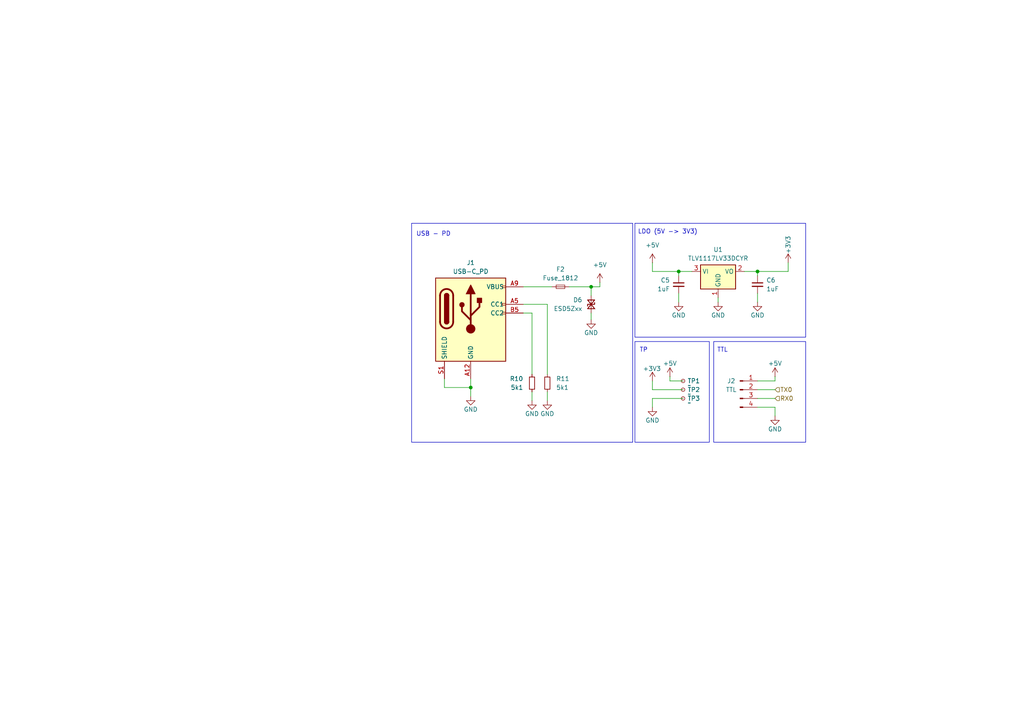
<source format=kicad_sch>
(kicad_sch (version 20231120) (generator "eeschema") (generator_version "8.0")
  (paper "A4")
  (lib_symbols
    (symbol "Connector:Conn_01x04_Pin" (pin_names (offset 1.016) hide)
      (property "Reference" "J" (at 0 5.08 0))
      (property "Value" "Conn_01x04_Pin" (at 0 -7.62 0))
      (symbol "Conn_01x04_Pin_1_1"
        (polyline (pts (xy 1.27 -5.08) (xy 0.8636 -5.08)) (stroke (width 0.1524)))
        (polyline (pts (xy 1.27 -2.54) (xy 0.8636 -2.54)) (stroke (width 0.1524)))
        (polyline (pts (xy 1.27 0) (xy 0.8636 0)) (stroke (width 0.1524)))
        (polyline (pts (xy 1.27 2.54) (xy 0.8636 2.54)) (stroke (width 0.1524)))
        (rectangle (start 0.8636 -4.953) (end 0 -5.207) (stroke (width 0.1524)) (fill (type outline)))
        (rectangle (start 0.8636 -2.413) (end 0 -2.667) (stroke (width 0.1524)) (fill (type outline)))
        (rectangle (start 0.8636 0.127) (end 0 -0.127) (stroke (width 0.1524)) (fill (type outline)))
        (rectangle (start 0.8636 2.667) (end 0 2.413) (stroke (width 0.1524)) (fill (type outline)))
        (pin passive line (at 5.08 2.54 180) (length 3.81) (name "Pin_1") (number "1"))
        (pin passive line (at 5.08 0 180) (length 3.81) (name "Pin_2") (number "2"))
        (pin passive line (at 5.08 -2.54 180) (length 3.81) (name "Pin_3") (number "3"))
        (pin passive line (at 5.08 -5.08 180) (length 3.81) (name "Pin_4") (number "4"))
      )
    )
    (symbol "Connector:TestPoint_Small" (pin_numbers hide) (pin_names (offset 0.762) hide)
      (property "Reference" "TP" (at 0 3.81 0))
      (property "Value" "TestPoint_Small" (at 0 2.032 0))
      (symbol "TestPoint_Small_0_1"
        (circle (center 0 0) (radius 0.508))
      )
      (symbol "TestPoint_Small_1_1"
        (pin passive line (at 0 0 90) (length 0) (name "1") (number "1"))
      )
    )
    (symbol "Device:C_Small" (pin_numbers hide) (pin_names (offset 0.254) hide)
      (property "Reference" "C" (at 0.254 1.778 0))
      (property "Value" "C_Small" (at 0.254 -2.032 0))
      (symbol "C_Small_0_1"
        (polyline (pts (xy -1.524 -0.508) (xy 1.524 -0.508)) (stroke (width 0.3302)))
        (polyline (pts (xy -1.524 0.508) (xy 1.524 0.508)) (stroke (width 0.3048)))
      )
      (symbol "C_Small_1_1"
        (pin passive line (at 0 2.54 270) (length 2.032) (name "~") (number "1"))
        (pin passive line (at 0 -2.54 90) (length 2.032) (name "~") (number "2"))
      )
    )
    (symbol "Device:D_TVS_Small" (pin_numbers hide) (pin_names (offset 1.016) hide)
      (property "Reference" "D" (at 0 2.54 0))
      (property "Value" "D_TVS_Small" (at 0 -2.54 0))
      (symbol "D_TVS_Small_0_1"
        (polyline (pts (xy -1.27 0) (xy 1.27 0)))
        (polyline (pts (xy 0.508 1.016) (xy 0 1.016) (xy 0 -1.016) (xy -0.508 -1.016)) (stroke (width 0.254)))
        (polyline (pts (xy -1.27 1.016) (xy -1.27 -1.016) (xy 1.27 1.016) (xy 1.27 -1.016) (xy -1.27 1.016)) (stroke (width 0.254)))
      )
      (symbol "D_TVS_Small_1_1"
        (pin passive line (at -2.54 0 0) (length 1.27) (name "A1") (number "1"))
        (pin passive line (at 2.54 0 180) (length 1.27) (name "A2") (number "2"))
      )
    )
    (symbol "Device:Fuse_Small" (pin_numbers hide) (pin_names (offset 0.254) hide)
      (property "Reference" "F" (at 0 -1.524 0))
      (property "Value" "Fuse_Small" (at 0 1.524 0))
      (symbol "Fuse_Small_0_1"
        (rectangle (start -1.27 0.508) (end 1.27 -0.508))
        (polyline (pts (xy -1.27 0) (xy 1.27 0)))
      )
      (symbol "Fuse_Small_1_1"
        (pin passive line (at -2.54 0 0) (length 1.27) (name "~") (number "1"))
        (pin passive line (at 2.54 0 180) (length 1.27) (name "~") (number "2"))
      )
    )
    (symbol "Device:R_Small" (pin_numbers hide) (pin_names (offset 0.254) hide)
      (property "Reference" "R" (at 0.762 0.508 0))
      (property "Value" "R_Small" (at 0.762 -1.016 0))
      (symbol "R_Small_0_1"
        (rectangle (start -0.762 1.778) (end 0.762 -1.778) (stroke (width 0.2032)))
      )
      (symbol "R_Small_1_1"
        (pin passive line (at 0 2.54 270) (length 0.762) (name "~") (number "1"))
        (pin passive line (at 0 -2.54 90) (length 0.762) (name "~") (number "2"))
      )
    )
    (symbol "ProjectSymbols:USB-C_PD"
      (property "Reference" "J" (at -8.382 11.43 0))
      (property "Value" "USB-C_PD" (at -8.382 8.89 0))
      (symbol "USB-C_PD_0_0"
        (rectangle (start 11.43 -3.556) (end 10.414 -4.064))
        (rectangle (start 11.43 -1.016) (end 10.414 -1.524))
        (rectangle (start 11.43 4.064) (end 10.414 3.556))
      )
      (symbol "USB-C_PD_0_1"
        (rectangle (start -8.89 6.35) (end 11.43 -17.78) (stroke (width 0.254)) (fill (type background)))
        (arc (start -7.62 -6.35) (mid -5.715 -8.2467) (end -3.81 -6.35) (stroke (width 0.508)))
        (arc (start -6.35 -6.35) (mid -5.715 -6.9823) (end -5.08 -6.35) (stroke (width 0.254)))
        (arc (start -6.35 -6.35) (mid -5.715 -6.9823) (end -5.08 -6.35) (stroke (width 0.254)) (fill (type outline)))
        (rectangle (start -6.35 -6.35) (end -5.08 1.27) (stroke (width 0.254)) (fill (type outline)))
        (arc (start -5.08 1.27) (mid -5.715 1.9023) (end -6.35 1.27) (stroke (width 0.254)))
        (arc (start -5.08 1.27) (mid -5.715 1.9023) (end -6.35 1.27) (stroke (width 0.254)) (fill (type outline)))
        (arc (start -3.81 1.27) (mid -5.715 3.1667) (end -7.62 1.27) (stroke (width 0.508)))
        (circle (center -1.27 -1.397) (radius 0.635) (stroke (width 0.254)) (fill (type outline)))
        (polyline (pts (xy -7.62 -6.35) (xy -7.62 1.27)) (stroke (width 0.508)))
        (polyline (pts (xy -3.81 1.27) (xy -3.81 -6.35)) (stroke (width 0.508)))
        (polyline (pts (xy 1.27 -8.382) (xy 1.27 1.778)) (stroke (width 0.508)))
        (polyline (pts (xy 1.27 -5.842) (xy -1.27 -3.302) (xy -1.27 -2.032)) (stroke (width 0.508)))
        (polyline (pts (xy 1.27 -4.572) (xy 3.81 -2.032) (xy 3.81 -0.762)) (stroke (width 0.508)))
        (polyline (pts (xy 0 1.778) (xy 1.27 4.318) (xy 2.54 1.778) (xy 0 1.778)) (stroke (width 0.254)) (fill (type outline)))
        (circle (center 1.27 -8.382) (radius 1.27) (fill (type outline)))
        (rectangle (start 3.175 -0.762) (end 4.445 0.508) (stroke (width 0.254)) (fill (type outline)))
      )
      (symbol "USB-C_PD_1_1"
        (pin passive line (at 1.27 -22.86 90) (length 5.08) (name "GND") (number "A12"))
        (pin bidirectional line (at 16.51 -1.27 180) (length 5.08) (name "CC1") (number "A5"))
        (pin passive line (at 16.51 3.81 180) (length 5.08) (name "VBUS") (number "A9"))
        (pin passive line (at 1.27 -22.86 90) (length 5.08) hide (name "GND") (number "B12"))
        (pin bidirectional line (at 16.51 -3.81 180) (length 5.08) (name "CC2") (number "B5"))
        (pin passive line (at 16.51 3.81 180) (length 5.08) hide (name "VBUS") (number "B9"))
        (pin passive line (at -6.35 -22.86 90) (length 5.08) (name "SHIELD") (number "S1"))
      )
    )
    (symbol "Regulator_Linear:LD1117S12TR_SOT223"
      (property "Reference" "U" (at -3.81 3.175 0))
      (property "Value" "LD1117S12TR_SOT223" (at 0 3.175 0))
      (symbol "LD1117S12TR_SOT223_0_1"
        (rectangle (start -5.08 -5.08) (end 5.08 1.905) (stroke (width 0.254)) (fill (type background)))
      )
      (symbol "LD1117S12TR_SOT223_1_1"
        (pin power_in line (at 0 -7.62 90) (length 2.54) (name "GND") (number "1"))
        (pin power_out line (at 7.62 0 180) (length 2.54) (name "VO") (number "2"))
        (pin power_in line (at -7.62 0 0) (length 2.54) (name "VI") (number "3"))
      )
    )
    (symbol "power:+3V3" (power) (pin_names (offset 0))
      (property "Value" "+3V3" (at 0 3.556 0))
      (symbol "+3V3_0_1"
        (polyline (pts (xy -0.762 1.27) (xy 0 2.54)))
        (polyline (pts (xy 0 0) (xy 0 2.54)))
        (polyline (pts (xy 0 2.54) (xy 0.762 1.27)))
      )
      (symbol "+3V3_1_1"
        (pin power_in line (at 0 0 90) (length 0) hide (name "+3V3") (number "1"))
      )
    )
    (symbol "power:+5V" (power) (pin_numbers hide) (pin_names (offset 0) hide)
      (property "Value" "+5V" (at 0 3.556 0))
      (symbol "+5V_0_1"
        (polyline (pts (xy -0.762 1.27) (xy 0 2.54)))
        (polyline (pts (xy 0 0) (xy 0 2.54)))
        (polyline (pts (xy 0 2.54) (xy 0.762 1.27)))
      )
      (symbol "+5V_1_1"
        (pin power_in line (at 0 0 90) (length 0) (name "~") (number "1"))
      )
    )
    (symbol "power:GND" (power) (pin_names (offset 0))
      (property "Value" "GND" (at 0 -3.81 0))
      (symbol "GND_0_1"
        (polyline (pts (xy 0 0) (xy 0 -1.27) (xy 1.27 -1.27) (xy 0 -2.54) (xy -1.27 -1.27) (xy 0 -1.27)))
      )
      (symbol "GND_1_1"
        (pin power_in line (at 0 0 270) (length 0) hide (name "GND") (number "1"))
      )
    )
  )
  (junction (at 136.525 112.395))
  (junction (at 171.45 83.185))
  (junction (at 196.85 78.74))
  (junction (at 219.71 78.74))
  (wire (pts (xy 158.75 113.665) (xy 158.75 116.205)))
  (wire (pts (xy 196.85 78.74) (xy 200.66 78.74)))
  (wire (pts (xy 171.45 83.185) (xy 173.99 83.185)))
  (wire (pts (xy 219.71 80.01) (xy 219.71 78.74)))
  (wire (pts (xy 128.905 109.855) (xy 128.905 112.395)))
  (wire (pts (xy 224.79 118.11) (xy 224.79 120.65)))
  (wire (pts (xy 128.905 112.395) (xy 136.525 112.395)))
  (wire (pts (xy 173.99 83.185) (xy 173.99 81.915)))
  (wire (pts (xy 189.23 113.03) (xy 189.23 110.49)))
  (wire (pts (xy 196.85 85.09) (xy 196.85 87.63)))
  (wire (pts (xy 136.525 112.395) (xy 136.525 114.935)))
  (wire (pts (xy 136.525 109.855) (xy 136.525 112.395)))
  (wire (pts (xy 151.765 88.265) (xy 158.75 88.265)))
  (wire (pts (xy 189.23 78.74) (xy 196.85 78.74)))
  (wire (pts (xy 160.02 83.185) (xy 151.765 83.185)))
  (wire (pts (xy 194.31 110.49) (xy 198.12 110.49)))
  (wire (pts (xy 171.45 83.185) (xy 171.45 85.725)))
  (wire (pts (xy 219.71 118.11) (xy 224.79 118.11)))
  (wire (pts (xy 208.28 86.36) (xy 208.28 87.63)))
  (wire (pts (xy 196.85 80.01) (xy 196.85 78.74)))
  (wire (pts (xy 165.1 83.185) (xy 171.45 83.185)))
  (wire (pts (xy 228.6 78.74) (xy 219.71 78.74)))
  (wire (pts (xy 224.79 113.03) (xy 219.71 113.03)))
  (wire (pts (xy 194.31 109.22) (xy 194.31 110.49)))
  (wire (pts (xy 215.9 78.74) (xy 219.71 78.74)))
  (wire (pts (xy 189.23 115.57) (xy 189.23 118.11)))
  (wire (pts (xy 219.71 85.09) (xy 219.71 87.63)))
  (wire (pts (xy 151.765 90.805) (xy 154.305 90.805)))
  (wire (pts (xy 228.6 78.74) (xy 228.6 76.2)))
  (wire (pts (xy 158.75 88.265) (xy 158.75 108.585)))
  (wire (pts (xy 189.23 76.2) (xy 189.23 78.74)))
  (wire (pts (xy 171.45 90.805) (xy 171.45 92.71)))
  (wire (pts (xy 154.305 113.665) (xy 154.305 116.205)))
  (wire (pts (xy 154.305 90.805) (xy 154.305 108.585)))
  (wire (pts (xy 224.79 115.57) (xy 219.71 115.57)))
  (wire (pts (xy 189.23 115.57) (xy 198.12 115.57)))
  (wire (pts (xy 198.12 113.03) (xy 189.23 113.03)))
  (wire (pts (xy 219.71 110.49) (xy 224.79 110.49)))
  (wire (pts (xy 224.79 110.49) (xy 224.79 109.22)))
  (rectangle (start 184.15 64.77) (end 233.68 97.79))
  (rectangle (start 119.38 64.77) (end 183.515 128.27))
  (rectangle (start 184.15 99.06) (end 205.74 128.27))
  (rectangle (start 207.01 99.06) (end 233.68 128.27))
  (text "TTL" (at 209.55 101.6 0) (effects (font (size 1.27 1.27))))
  (text "TP" (at 186.69 101.6 0) (effects (font (size 1.27 1.27))))
  (text "LDO (5V -> 3V3)" (at 193.675 67.31 0) (effects (font (size 1.27 1.27))))
  (text "USB - PD" (at 125.73 67.945 0) (effects (font (size 1.27 1.27))))
  (hierarchical_label "TX0" (shape input) (at 224.79 113.03 0))
  (hierarchical_label "RX0" (shape input) (at 224.79 115.57 0))
  (symbol (lib_id "Device:Fuse_Small") (at 162.56 83.185 0) (mirror y) (unit 1)
    (property "Reference" "F2" (at 162.56 78.105 0))
    (property "Value" "Fuse_1812" (at 162.56 80.645 0))
    (property "Footprint" "Fuse:Fuse_1812_4532Metric" (effects (hide yes)))
    (property "Datasheet" "https://www.littelfuse.com/media?resourcetype=datasheets&itemid=ca5c80cb-504e-4a8a-8e74-0107520a1717&filename=littelfuse_ptc_1812l_datasheet.pdf" (effects (hide yes)))
    (property "Description" "Fuse, small symbol" (effects (hide yes)))
    (property "MNR" "576-1812L110PRT" (effects (hide yes)))
    (property "LCSC" "C2972730" (effects (hide yes)))
  )
  (symbol (lib_id "Regulator_Linear:LD1117S12TR_SOT223") (at 208.28 78.74 0) (unit 1)
    (property "Reference" "U1" (at 208.28 72.39 0))
    (property "Value" "TLV1117LV33DCYR" (at 208.28 74.93 0))
    (property "Footprint" "Package_TO_SOT_SMD:SOT-223-3_TabPin2" (effects (hide yes)))
    (property "Datasheet" "https://www.ti.com/lit/gpn/tlv1117lv" (effects (hide yes)))
    (property "Description" "800mA Fixed Low Drop Positive Voltage Regulator, Fixed Output 1.2V, SOT-223" (effects (hide yes)))
    (property "MNR" "595-TLV1117LV33DCYR" (effects (hide yes)))
    (property "LCSC" "C347222" (effects (hide yes)))
  )
  (symbol (lib_id "Device:D_TVS_Small") (at 171.45 88.265 270) (mirror x) (unit 1)
    (property "Reference" "D6" (at 168.91 86.9949 90) (effects (justify right)))
    (property "Value" "ESD5Zxx" (at 168.91 89.5349 90) (effects (justify right)))
    (property "Footprint" "Diode_SMD:D_SOD-523" (effects (hide yes)))
    (property "Datasheet" "https://diotec.com/request/datasheet/esd5b5v0wt.pdf" (effects (hide yes)))
    (property "Description" "Bidirectional transient-voltage-suppression diode, small symbol" (effects (hide yes)))
    (property "MNR" "637-ESD5B5V0WT " (effects (hide yes)))
    (property "LCSC" "C5199184" (effects (hide yes)))
  )
  (symbol (lib_id "power:GND") (at 219.71 87.63 0) (mirror y) (unit 1)
    (property "Reference" "#PWR20" (effects (hide yes)))
    (property "Value" "GND" (at 219.71 91.44 0))
  )
  (symbol (lib_id "Device:C_Small") (at 196.85 82.55 0) (mirror y) (unit 1)
    (property "Reference" "C5" (at 194.31 81.28 0) (effects (justify left)))
    (property "Value" "1uF" (at 194.31 83.82 0) (effects (justify left)))
    (property "Footprint" "Capacitor_SMD:C_0603_1608Metric" (effects (hide yes)))
    (property "Datasheet" "https://www.mouser.de/datasheet/2/281/1/GRT188R71E105KE13_01A-3158149.pdf" (effects (hide yes)))
    (property "MNR" "81-GRM188C70J105KA1D " (effects (hide yes)))
    (property "LCSC" "C1592" (effects (hide yes)))
  )
  (symbol (lib_id "power:+3V3") (at 189.23 110.49 0) (unit 1)
    (property "Reference" "#PWR23" (effects (hide yes)))
    (property "Value" "+3V3" (at 186.436 106.934 0) (effects (justify left)))
  )
  (symbol (lib_id "power:GND") (at 158.75 116.205 0) (mirror y) (unit 1)
    (property "Reference" "#PWR28" (effects (hide yes)))
    (property "Value" "GND" (at 158.75 120.015 0))
  )
  (symbol (lib_id "power:+5V") (at 173.99 81.915 0) (unit 1)
    (property "Reference" "#PWR33" (effects (hide yes)))
    (property "Value" "+5V" (at 173.99 76.835 0))
    (property "Description" "Power symbol creates a global label with name \"+5V\"" (effects (hide yes)))
  )
  (symbol (lib_id "power:GND") (at 196.85 87.63 0) (mirror y) (unit 1)
    (property "Reference" "#PWR18" (effects (hide yes)))
    (property "Value" "GND" (at 196.85 91.44 0))
  )
  (symbol (lib_id "Device:R_Small") (at 158.75 111.125 0) (unit 1)
    (property "Reference" "R11" (at 161.29 109.8549 0) (effects (justify left)))
    (property "Value" "5k1" (at 161.29 112.3949 0) (effects (justify left)))
    (property "Footprint" "Resistor_SMD:R_0603_1608Metric" (effects (hide yes)))
    (property "Datasheet" "https://www.vishay.com/doc?20035" (effects (hide yes)))
    (property "Description" "Resistor, small symbol" (effects (hide yes)))
    (property "MNR" "71-CRCW0603-5.1K-E3 " (effects (hide yes)))
    (property "LCSC" "C105580" (effects (hide yes)))
  )
  (symbol (lib_id "power:GND") (at 189.23 118.11 0) (mirror y) (unit 1)
    (property "Reference" "#PWR24" (effects (hide yes)))
    (property "Value" "GND" (at 189.23 121.92 0))
  )
  (symbol (lib_id "ProjectSymbols:USB-C_PD") (at 135.255 86.995 0) (unit 1)
    (property "Reference" "J1" (at 136.525 76.2 0))
    (property "Value" "USB-C_PD" (at 136.525 78.74 0))
    (property "Footprint" "ProjectFootprints:USB-C_PD" (effects (hide yes)))
    (property "Datasheet" "https://www.mouser.de/datasheet/3/6118/1/ujc-hp2-3-smt-tr.pdf" (effects (hide yes)))
    (property "Description" "Type C, 20 Vdc, 3 A, Right Angle, Surface Mount,  1 ??in Plating Thickness, Black Insulator, Power-Only USB Receptacle" (effects (hide yes)))
    (property "MNR" "179-UJC-HP2-3-SMT-TR " (effects (hide yes)))
    (property "LCSC" "C668623" (effects (hide yes)))
  )
  (symbol (lib_id "Connector:TestPoint_Small") (at 198.12 110.49 0) (unit 1)
    (property "Reference" "TP1" (at 199.39 110.49 0) (effects (justify left)))
    (property "Value" "~" (at 199.39 111.7599 0) (effects (justify left)))
    (property "Footprint" "TestPoint:TestPoint_Pad_D1.0mm" (effects (hide yes)))
    (property "Description" "test point" (effects (hide yes)))
  )
  (symbol (lib_id "power:+5V") (at 224.79 109.22 0) (unit 1)
    (property "Reference" "#PWR25" (effects (hide yes)))
    (property "Value" "+5V" (at 224.79 105.41 0))
    (property "Description" "Power symbol creates a global label with name \"+5V\"" (effects (hide yes)))
  )
  (symbol (lib_id "power:+5V") (at 194.31 109.22 0) (unit 1)
    (property "Reference" "#PWR22" (effects (hide yes)))
    (property "Value" "+5V" (at 194.31 105.41 0))
    (property "Description" "Power symbol creates a global label with name \"+5V\"" (effects (hide yes)))
  )
  (symbol (lib_id "Device:R_Small") (at 154.305 111.125 0) (mirror y) (unit 1)
    (property "Reference" "R10" (at 151.765 109.8549 0) (effects (justify left)))
    (property "Value" "5k1" (at 151.765 112.3949 0) (effects (justify left)))
    (property "Footprint" "Resistor_SMD:R_0603_1608Metric" (effects (hide yes)))
    (property "Datasheet" "https://www.vishay.com/doc?20035" (effects (hide yes)))
    (property "Description" "Resistor, small symbol" (effects (hide yes)))
    (property "MNR" "71-CRCW0603-5.1K-E3 " (effects (hide yes)))
    (property "LCSC" "C105580" (effects (hide yes)))
  )
  (symbol (lib_id "power:+5V") (at 189.23 76.2 0) (unit 1)
    (property "Reference" "#PWR16" (effects (hide yes)))
    (property "Value" "+5V" (at 189.23 71.12 0))
    (property "Description" "Power symbol creates a global label with name \"+5V\"" (effects (hide yes)))
  )
  (symbol (lib_id "power:GND") (at 136.525 114.935 0) (mirror y) (unit 1)
    (property "Reference" "#PWR32" (effects (hide yes)))
    (property "Value" "GND" (at 136.525 118.745 0))
  )
  (symbol (lib_id "power:GND") (at 208.28 87.63 0) (mirror y) (unit 1)
    (property "Reference" "#PWR19" (effects (hide yes)))
    (property "Value" "GND" (at 208.28 91.44 0))
  )
  (symbol (lib_id "power:GND") (at 154.305 116.205 0) (mirror y) (unit 1)
    (property "Reference" "#PWR27" (effects (hide yes)))
    (property "Value" "GND" (at 154.305 120.015 0))
  )
  (symbol (lib_id "Connector:TestPoint_Small") (at 198.12 113.03 0) (unit 1)
    (property "Reference" "TP2" (at 199.39 113.03 0) (effects (justify left)))
    (property "Value" "~" (at 199.39 114.2999 0) (effects (justify left)))
    (property "Footprint" "TestPoint:TestPoint_Pad_D1.0mm" (effects (hide yes)))
    (property "Description" "test point" (effects (hide yes)))
  )
  (symbol (lib_id "Device:C_Small") (at 219.71 82.55 0) (unit 1)
    (property "Reference" "C6" (at 222.25 81.28 0) (effects (justify left)))
    (property "Value" "1uF" (at 222.25 83.82 0) (effects (justify left)))
    (property "Footprint" "Capacitor_SMD:C_0603_1608Metric" (effects (hide yes)))
    (property "Datasheet" "https://www.mouser.de/datasheet/2/281/1/GRT188R71E105KE13_01A-3158149.pdf" (effects (hide yes)))
    (property "MNR" "81-GRM188C70J105KA1D " (effects (hide yes)))
    (property "LCSC" "C1592" (effects (hide yes)))
  )
  (symbol (lib_id "power:GND") (at 171.45 92.71 0) (unit 1)
    (property "Reference" "#PWR31" (effects (hide yes)))
    (property "Value" "GND" (at 171.45 96.52 0))
  )
  (symbol (lib_id "Connector:TestPoint_Small") (at 198.12 115.57 0) (unit 1)
    (property "Reference" "TP3" (at 199.39 115.57 0) (effects (justify left)))
    (property "Value" "~" (at 199.39 116.8399 0) (effects (justify left)))
    (property "Footprint" "TestPoint:TestPoint_Pad_D1.0mm" (effects (hide yes)))
    (property "Description" "test point" (effects (hide yes)))
  )
  (symbol (lib_id "Connector:Conn_01x04_Pin") (at 214.63 113.03 0) (unit 1)
    (property "Reference" "J2" (at 212.09 110.49 0))
    (property "Value" "TTL" (at 212.09 113.03 0))
    (property "Footprint" "Connector_PinHeader_2.54mm:PinHeader_1x04_P2.54mm_Vertical" (effects (hide yes)))
    (property "Datasheet" "https://www.mouser.de/datasheet/2/4/ph1_xx_ua_data_sheet-3396126.pdf" (effects (hide yes)))
    (property "Description" "Generic connector, single row, 01x04, script generated" (effects (hide yes)))
    (property "MNR" "737-PH1RB-04-UA " (effects (hide yes)))
    (property "LCSC" "C42431821" (effects (hide yes)))
  )
  (symbol (lib_id "power:+3V3") (at 228.6 76.2 0) (unit 1)
    (property "Reference" "#PWR17" (effects (hide yes)))
    (property "Value" "+3V3" (at 228.6 73.66 90) (effects (justify left)))
  )
  (symbol (lib_id "power:GND") (at 224.79 120.65 0) (mirror y) (unit 1)
    (property "Reference" "#PWR21" (effects (hide yes)))
    (property "Value" "GND" (at 224.79 124.46 0))
  )
)
</source>
